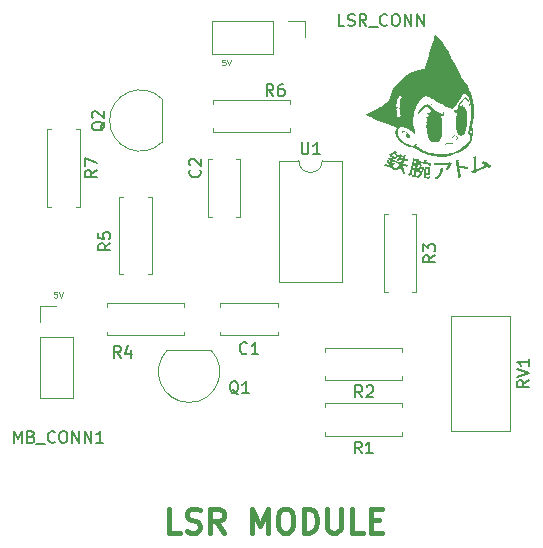
<source format=gbr>
%TF.GenerationSoftware,KiCad,Pcbnew,9.0.3*%
%TF.CreationDate,2025-09-29T14:03:59+08:00*%
%TF.ProjectId,RUSSELS LASER FINAL,52555353-454c-4532-904c-415345522046,rev?*%
%TF.SameCoordinates,Original*%
%TF.FileFunction,Legend,Top*%
%TF.FilePolarity,Positive*%
%FSLAX46Y46*%
G04 Gerber Fmt 4.6, Leading zero omitted, Abs format (unit mm)*
G04 Created by KiCad (PCBNEW 9.0.3) date 2025-09-29 14:03:59*
%MOMM*%
%LPD*%
G01*
G04 APERTURE LIST*
%ADD10C,0.000000*%
%ADD11C,0.400000*%
%ADD12C,0.125000*%
%ADD13C,0.150000*%
%ADD14C,0.120000*%
G04 APERTURE END LIST*
D10*
G36*
X217120624Y-68324374D02*
G01*
X217120624Y-69382708D01*
X217147083Y-69409167D01*
X217252916Y-69382708D01*
X217385208Y-69303333D01*
X217438125Y-69303333D01*
X217887916Y-69065208D01*
X217755624Y-68959375D01*
X217543958Y-68853542D01*
X217543958Y-68827083D01*
X217676249Y-68694791D01*
X218099583Y-68906458D01*
X218284791Y-69038749D01*
X218364166Y-69065208D01*
X218417082Y-69118125D01*
X218258333Y-69276875D01*
X218205417Y-69276875D01*
X218073124Y-69171041D01*
X217464583Y-69488541D01*
X217411666Y-69488541D01*
X217279374Y-69567916D01*
X217226458Y-69567916D01*
X217147083Y-69620834D01*
X217094166Y-69620834D01*
X217014791Y-69673750D01*
X216882499Y-69700208D01*
X216856041Y-69753124D01*
X216829583Y-69753124D01*
X216776666Y-69700208D01*
X216776666Y-69673750D01*
X216697291Y-69567916D01*
X216856041Y-69515000D01*
X216908957Y-69409167D01*
X216908957Y-68483125D01*
X216882499Y-68456667D01*
X216882499Y-68324374D01*
X217147083Y-68297916D01*
X217120624Y-68324374D01*
G37*
G36*
X215612500Y-68668333D02*
G01*
X215612500Y-68747708D01*
X215638958Y-68774166D01*
X215638958Y-68880000D01*
X215665416Y-68906458D01*
X215665416Y-69012292D01*
X215718333Y-69118125D01*
X215744791Y-69091666D01*
X215877083Y-69091666D01*
X215903541Y-69118125D01*
X216221041Y-69144582D01*
X216247500Y-69171041D01*
X216406250Y-69171041D01*
X216432708Y-69197500D01*
X216432708Y-69276875D01*
X216353333Y-69409167D01*
X216326874Y-69382708D01*
X216221041Y-69382708D01*
X216194583Y-69356249D01*
X216088749Y-69356249D01*
X216062291Y-69329792D01*
X215956458Y-69329792D01*
X215929999Y-69303333D01*
X215797708Y-69303333D01*
X215771249Y-69276875D01*
X215718333Y-69329792D01*
X215744791Y-69356249D01*
X215744791Y-69462083D01*
X215771249Y-69488541D01*
X215771249Y-69594375D01*
X215797708Y-69620834D01*
X215824166Y-69911875D01*
X215850625Y-69938332D01*
X215850625Y-70070625D01*
X215797708Y-70070625D01*
X215771249Y-70097083D01*
X215612500Y-70097083D01*
X215586041Y-69832499D01*
X215559583Y-69806042D01*
X215559583Y-69647291D01*
X215533124Y-69620834D01*
X215533124Y-69488541D01*
X215506666Y-69462083D01*
X215506666Y-69303333D01*
X215480208Y-69276875D01*
X215480208Y-69144582D01*
X215453750Y-69118125D01*
X215453750Y-68959375D01*
X215427291Y-68932916D01*
X215427291Y-68800625D01*
X215400833Y-68774166D01*
X215400833Y-68668333D01*
X215427291Y-68641875D01*
X215612500Y-68641875D01*
X215638958Y-68615417D01*
X215612500Y-68668333D01*
G37*
G36*
X214210208Y-69250416D02*
G01*
X214395416Y-69250416D01*
X214342499Y-69303333D01*
X214342499Y-69435624D01*
X214316041Y-69462083D01*
X214316041Y-69541457D01*
X214263125Y-69647291D01*
X214263125Y-69700208D01*
X214130833Y-69938332D01*
X213919166Y-70149999D01*
X213892708Y-70149999D01*
X213786875Y-70229374D01*
X213575208Y-70097083D01*
X213733958Y-70017709D01*
X213945624Y-69806042D01*
X213945624Y-69779583D01*
X213998541Y-69726667D01*
X214051458Y-69620834D01*
X214051458Y-69567916D01*
X214077916Y-69541457D01*
X214130833Y-69223959D01*
X214183750Y-69223959D01*
X214210208Y-69250416D01*
G37*
G36*
X215294999Y-66472292D02*
G01*
X215347916Y-66525208D01*
X215400833Y-66551666D01*
X215480208Y-66551666D01*
X215586041Y-66683958D01*
X215586041Y-66816250D01*
X215559583Y-66869167D01*
X215427291Y-66948541D01*
X215321458Y-66948541D01*
X215294999Y-66895625D01*
X215374374Y-66895625D01*
X215480208Y-66842708D01*
X215533124Y-66763333D01*
X215533124Y-66710416D01*
X215427291Y-66604583D01*
X215294999Y-66604583D01*
X215136249Y-66736875D01*
X215136249Y-66763333D01*
X215083333Y-66763333D01*
X215109791Y-66657500D01*
X215268541Y-66525208D01*
X215268541Y-66472292D01*
X215242083Y-66445833D01*
X215294999Y-66445833D01*
X215294999Y-66472292D01*
G37*
G36*
X216326874Y-63323750D02*
G01*
X216459166Y-63456042D01*
X216512082Y-63561875D01*
X216538541Y-63720625D01*
X216564999Y-63747083D01*
X216564999Y-63879375D01*
X216591458Y-63905833D01*
X216591458Y-64038125D01*
X216564999Y-64064584D01*
X216538541Y-64011667D01*
X216512082Y-63800000D01*
X216406250Y-63588333D01*
X216247500Y-63429583D01*
X216141666Y-63429583D01*
X215982916Y-63588333D01*
X215771249Y-63985208D01*
X215771249Y-64038125D01*
X215797708Y-64064584D01*
X215850625Y-64064584D01*
X215903541Y-64011667D01*
X215929999Y-63932291D01*
X215982916Y-63879375D01*
X216009375Y-63879375D01*
X216009375Y-63958750D01*
X215956458Y-64064584D01*
X216088749Y-64143958D01*
X216194583Y-64011667D01*
X216221041Y-64011667D01*
X216221041Y-64064584D01*
X216168124Y-64143958D01*
X216168124Y-64223333D01*
X216273958Y-64355625D01*
X216273958Y-64408542D01*
X216326874Y-64461459D01*
X216406250Y-64355625D01*
X216432708Y-64355625D01*
X216432708Y-64408542D01*
X216379791Y-64514375D01*
X216326874Y-64567291D01*
X216326874Y-64673125D01*
X216353333Y-64699583D01*
X216353333Y-64884792D01*
X216379791Y-64911250D01*
X216379791Y-65175833D01*
X216353333Y-65202292D01*
X216353333Y-65625625D01*
X216326874Y-65652083D01*
X216326874Y-65784375D01*
X216300416Y-65810833D01*
X216300416Y-65943125D01*
X216273958Y-65969583D01*
X216273958Y-66048958D01*
X216247500Y-66075417D01*
X216221041Y-66207708D01*
X216168124Y-66287083D01*
X216141666Y-66392916D01*
X216035833Y-66498750D01*
X215903541Y-66525208D01*
X215877083Y-66551666D01*
X215797708Y-66551666D01*
X215771249Y-66525208D01*
X215718333Y-66525208D01*
X215612500Y-66419375D01*
X215612500Y-66366458D01*
X215533124Y-66207708D01*
X215533124Y-66154791D01*
X215453750Y-65996042D01*
X215453750Y-65810833D01*
X215427291Y-65784375D01*
X215427291Y-65149375D01*
X215453750Y-65122916D01*
X215480208Y-64646667D01*
X215453750Y-64620208D01*
X215427291Y-64646667D01*
X215374374Y-64646667D01*
X215321458Y-64593750D01*
X215321458Y-64540833D01*
X215294999Y-64514375D01*
X215294999Y-64382083D01*
X215321458Y-64329166D01*
X215347916Y-64329166D01*
X215347916Y-64408542D01*
X215400833Y-64461459D01*
X215427291Y-64435000D01*
X215506666Y-64276250D01*
X215559583Y-64223333D01*
X215612500Y-64117500D01*
X215612500Y-64064584D01*
X215718333Y-63879375D01*
X215718333Y-63826458D01*
X215771249Y-63773541D01*
X215903541Y-63508958D01*
X216062291Y-63350208D01*
X216168124Y-63297292D01*
X216273958Y-63297292D01*
X216326874Y-63323750D01*
G37*
G36*
X211987708Y-68509583D02*
G01*
X212014166Y-68536041D01*
X212119999Y-68536041D01*
X212146458Y-68562500D01*
X212252292Y-68562500D01*
X212278750Y-68588958D01*
X212252292Y-68641875D01*
X212252292Y-68774166D01*
X212225833Y-68800625D01*
X212225833Y-68906458D01*
X212199375Y-68932916D01*
X212172916Y-69197500D01*
X212146458Y-69223959D01*
X212146458Y-69329792D01*
X212119999Y-69356249D01*
X212119999Y-69462083D01*
X212146458Y-69488541D01*
X212358125Y-69488541D01*
X212463958Y-69567916D01*
X212516874Y-69488541D01*
X212543333Y-69356249D01*
X212463958Y-69303333D01*
X212411041Y-69356249D01*
X212358125Y-69488541D01*
X212146458Y-69488541D01*
X212225833Y-69409167D01*
X212358125Y-69144582D01*
X212358125Y-69065208D01*
X212331666Y-69038749D01*
X212278750Y-69038749D01*
X212331666Y-68721249D01*
X212702083Y-68774166D01*
X212728541Y-68747708D01*
X212728541Y-68615417D01*
X212781458Y-68588958D01*
X212807916Y-68615417D01*
X212940208Y-68615417D01*
X212966666Y-68641875D01*
X212913749Y-68668333D01*
X212913749Y-68774166D01*
X212940208Y-68800625D01*
X213019583Y-68800625D01*
X213046042Y-68827083D01*
X213284166Y-68827083D01*
X213284166Y-69118125D01*
X213257708Y-69144582D01*
X213098958Y-69144582D01*
X213098958Y-69012292D01*
X213046042Y-68959375D01*
X212807916Y-68959375D01*
X212781458Y-68932916D01*
X212622708Y-68932916D01*
X212596250Y-68906458D01*
X212490416Y-68906458D01*
X212463958Y-68932916D01*
X212463958Y-69012292D01*
X212543333Y-69065208D01*
X212490416Y-69144582D01*
X212543333Y-69197500D01*
X212675625Y-69197500D01*
X212728541Y-69223959D01*
X212728541Y-69303333D01*
X212702083Y-69329792D01*
X212702083Y-69409167D01*
X212649167Y-69515000D01*
X212649167Y-69567916D01*
X212516874Y-69832499D01*
X212411041Y-69938332D01*
X212411041Y-69964791D01*
X212384583Y-69964791D01*
X212278750Y-70070625D01*
X212225833Y-70097083D01*
X212172916Y-70097083D01*
X212067083Y-69991250D01*
X212172916Y-69938332D01*
X212384583Y-69726667D01*
X212384583Y-69700208D01*
X212278750Y-69594375D01*
X212199375Y-69620834D01*
X212119999Y-69541457D01*
X212067083Y-69647291D01*
X212040625Y-69911875D01*
X212014166Y-69964791D01*
X211961250Y-70017709D01*
X211908333Y-70017709D01*
X211881875Y-70044166D01*
X211828958Y-70017709D01*
X211696666Y-70017709D01*
X211696666Y-69885416D01*
X211670208Y-69832499D01*
X211723124Y-69858958D01*
X211828958Y-69858958D01*
X211881875Y-69753124D01*
X211908333Y-69488541D01*
X211881875Y-69462083D01*
X211802500Y-69462083D01*
X211776041Y-69435624D01*
X211723124Y-69488541D01*
X211696666Y-69594375D01*
X211670208Y-69620834D01*
X211670208Y-69673750D01*
X211564375Y-69885416D01*
X211511458Y-69938332D01*
X211432083Y-69911875D01*
X211352708Y-69832499D01*
X211458541Y-69700208D01*
X211511458Y-69594375D01*
X211511458Y-69541457D01*
X211537916Y-69515000D01*
X211537916Y-69462083D01*
X211590833Y-69382708D01*
X211590833Y-69303333D01*
X211604062Y-69276875D01*
X211802500Y-69276875D01*
X211828958Y-69303333D01*
X211934791Y-69303333D01*
X211987708Y-69223959D01*
X211987708Y-69091666D01*
X211961250Y-69065208D01*
X211855417Y-69065208D01*
X211802500Y-69171041D01*
X211802500Y-69276875D01*
X211604062Y-69276875D01*
X211643750Y-69197500D01*
X211643750Y-69171041D01*
X211643750Y-69118125D01*
X211670208Y-69091666D01*
X211670208Y-69012292D01*
X211696666Y-68985833D01*
X211696666Y-68906458D01*
X211723124Y-68880000D01*
X211881875Y-68880000D01*
X211908333Y-68906458D01*
X211987708Y-68906458D01*
X212014166Y-68932916D01*
X212067083Y-68853542D01*
X212067083Y-68721249D01*
X211961250Y-68668333D01*
X211908333Y-68721249D01*
X211881875Y-68880000D01*
X211723124Y-68880000D01*
X211723124Y-68800625D01*
X211749583Y-68774166D01*
X211749583Y-68668333D01*
X211776041Y-68641875D01*
X211802500Y-68483125D01*
X211987708Y-68509583D01*
G37*
G36*
X213072500Y-63932291D02*
G01*
X213125416Y-63932291D01*
X213707499Y-64461459D01*
X214236667Y-64752500D01*
X214263125Y-64752500D01*
X214316041Y-64699583D01*
X214316041Y-64567291D01*
X214289583Y-64514375D01*
X214316041Y-64514375D01*
X214368958Y-64567291D01*
X214421875Y-64673125D01*
X214421875Y-64805417D01*
X214342499Y-64911250D01*
X214183750Y-64911250D01*
X214157291Y-64937708D01*
X214210208Y-65043542D01*
X214210208Y-65149375D01*
X214236667Y-65175833D01*
X214236667Y-65599167D01*
X214263125Y-65625625D01*
X214263125Y-66234167D01*
X214236667Y-66260625D01*
X214236667Y-66498750D01*
X214210208Y-66525208D01*
X214210208Y-66604583D01*
X214157291Y-66710416D01*
X214157291Y-66763333D01*
X214077916Y-66922083D01*
X213972083Y-67027917D01*
X213919166Y-67054375D01*
X213839792Y-67054375D01*
X213813333Y-67080833D01*
X213654583Y-67080833D01*
X213628125Y-67054375D01*
X213416458Y-67054375D01*
X213310624Y-66975000D01*
X213284166Y-66975000D01*
X213178333Y-66842708D01*
X213046042Y-66578125D01*
X213019583Y-66419375D01*
X212993125Y-66392916D01*
X212993125Y-66313541D01*
X212966666Y-66287083D01*
X212966666Y-66181250D01*
X212940208Y-66154791D01*
X212940208Y-65943125D01*
X212913749Y-65916666D01*
X212913749Y-65625625D01*
X212940208Y-65599167D01*
X212940208Y-65466875D01*
X212807916Y-65361041D01*
X212807916Y-65334583D01*
X212887291Y-65361041D01*
X212966666Y-65281667D01*
X212993125Y-65070000D01*
X212887291Y-65017083D01*
X212860833Y-64937708D01*
X212993125Y-64964166D01*
X213046042Y-64911250D01*
X213098958Y-64778958D01*
X213046042Y-64726041D01*
X212993125Y-64620208D01*
X213046042Y-64620208D01*
X213098958Y-64673125D01*
X213151874Y-64673125D01*
X213257708Y-64540833D01*
X213257708Y-64514375D01*
X213337083Y-64435000D01*
X213310624Y-64382083D01*
X213072500Y-64143958D01*
X213019583Y-64117500D01*
X212860833Y-64117500D01*
X212675625Y-64223333D01*
X212384583Y-64514375D01*
X212331666Y-64620208D01*
X212225833Y-64726041D01*
X212225833Y-64752500D01*
X212172916Y-64726041D01*
X212199375Y-64620208D01*
X212358125Y-64329166D01*
X212596250Y-64091042D01*
X212622708Y-64091042D01*
X212754999Y-63985208D01*
X212860833Y-63932291D01*
X213046042Y-63905833D01*
X213072500Y-63932291D01*
G37*
G36*
X214051458Y-58376042D02*
G01*
X214051458Y-58402500D01*
X214342499Y-58720000D01*
X214342499Y-58746459D01*
X214421875Y-58825833D01*
X214527708Y-59011042D01*
X214580625Y-59063959D01*
X214686458Y-59275625D01*
X214739374Y-59328542D01*
X214792291Y-59460833D01*
X214845208Y-59513750D01*
X215030416Y-59884167D01*
X215030416Y-59937083D01*
X215109791Y-60095834D01*
X215162708Y-60148750D01*
X215189166Y-60228125D01*
X215242083Y-60281042D01*
X215321458Y-60439792D01*
X215374374Y-60492709D01*
X215824166Y-61524583D01*
X215877083Y-61577500D01*
X215877083Y-61603958D01*
X216141666Y-61868542D01*
X216141666Y-61895000D01*
X216273958Y-62053750D01*
X216300416Y-62133125D01*
X216353333Y-62186042D01*
X216564999Y-62609375D01*
X216564999Y-62662292D01*
X216617916Y-62741666D01*
X216670833Y-62953333D01*
X216697291Y-62979792D01*
X216697291Y-63032708D01*
X216750208Y-63112083D01*
X216776666Y-63297292D01*
X216803125Y-63323750D01*
X216803125Y-63403125D01*
X216829583Y-63429583D01*
X216829583Y-63535416D01*
X216856041Y-63561875D01*
X216856041Y-63667709D01*
X216882499Y-63694167D01*
X216882499Y-63826458D01*
X216908957Y-63852917D01*
X216908957Y-64038125D01*
X216935416Y-64064584D01*
X216935416Y-64937708D01*
X216908957Y-64964166D01*
X216908957Y-65149375D01*
X216882499Y-65175833D01*
X216882499Y-65255209D01*
X216856041Y-65281667D01*
X216829583Y-65493333D01*
X216776666Y-65599167D01*
X216776666Y-65652083D01*
X216750208Y-65678542D01*
X216750208Y-65757916D01*
X216882499Y-66022500D01*
X216882499Y-66154791D01*
X216908957Y-66207708D01*
X216882499Y-66234167D01*
X216882499Y-66392916D01*
X216856041Y-66419375D01*
X216856041Y-66472292D01*
X216776666Y-66578125D01*
X216776666Y-66789791D01*
X216750208Y-66816250D01*
X216750208Y-66922083D01*
X216697291Y-67027917D01*
X216697291Y-67080833D01*
X216644375Y-67133750D01*
X216617916Y-67213125D01*
X216512082Y-67318958D01*
X216512082Y-67345416D01*
X216194583Y-67662917D01*
X216035833Y-67742291D01*
X215903541Y-67848125D01*
X215718333Y-67927499D01*
X215665416Y-67980416D01*
X215612500Y-67980416D01*
X215480208Y-68059792D01*
X215427291Y-68059792D01*
X215268541Y-68139166D01*
X215215625Y-68139166D01*
X215056875Y-68218542D01*
X214871666Y-68245000D01*
X214845208Y-68271458D01*
X214765833Y-68271458D01*
X214739374Y-68297916D01*
X214633541Y-68297916D01*
X214607083Y-68324374D01*
X214395416Y-68324374D01*
X214368958Y-68350833D01*
X214157291Y-68350833D01*
X214130833Y-68324374D01*
X213839792Y-68324374D01*
X213813333Y-68297916D01*
X213628125Y-68297916D01*
X213601666Y-68271458D01*
X213495833Y-68271458D01*
X213469375Y-68245000D01*
X213363541Y-68245000D01*
X213337083Y-68218542D01*
X213257708Y-68218542D01*
X213231250Y-68192083D01*
X213151874Y-68192083D01*
X213125416Y-68165625D01*
X213046042Y-68165625D01*
X212940208Y-68112708D01*
X212887291Y-68112708D01*
X212807916Y-68059792D01*
X212754999Y-68059792D01*
X212675625Y-68006875D01*
X212622708Y-68006875D01*
X212305208Y-67848125D01*
X212252292Y-67795208D01*
X212172916Y-67768750D01*
X212119999Y-67715833D01*
X212040625Y-67689375D01*
X211908333Y-67583541D01*
X211802500Y-67530624D01*
X211564375Y-67530624D01*
X211537916Y-67504166D01*
X211432083Y-67504166D01*
X211405625Y-67477708D01*
X211273333Y-67451250D01*
X211114583Y-67371875D01*
X210902916Y-67213125D01*
X210876458Y-67213125D01*
X210797083Y-67133750D01*
X210770625Y-67133750D01*
X210585416Y-66948541D01*
X210585416Y-66922083D01*
X210506041Y-66842708D01*
X210400208Y-66657500D01*
X210347291Y-66604583D01*
X210347291Y-66551666D01*
X210320833Y-66525208D01*
X210320833Y-66419375D01*
X210479583Y-66419375D01*
X210506041Y-66445833D01*
X210506041Y-66525208D01*
X210585416Y-66683958D01*
X210638333Y-66736875D01*
X210638333Y-66763333D01*
X210902916Y-67027917D01*
X211088125Y-67133750D01*
X211141041Y-67186666D01*
X211352708Y-67292500D01*
X211405625Y-67292500D01*
X211485000Y-67345416D01*
X211617291Y-67371875D01*
X211643750Y-67398333D01*
X211802500Y-67398333D01*
X211828958Y-67371875D01*
X211881875Y-67371875D01*
X211961250Y-67292500D01*
X212067083Y-67239583D01*
X212093541Y-67292500D01*
X212040625Y-67345416D01*
X212040625Y-67398333D01*
X212172916Y-67504166D01*
X212252292Y-67530624D01*
X212305208Y-67583541D01*
X212384583Y-67610000D01*
X212437500Y-67662917D01*
X212516874Y-67689375D01*
X212569791Y-67742291D01*
X212728541Y-67821667D01*
X212781458Y-67821667D01*
X213046042Y-67953958D01*
X213178333Y-67980416D01*
X213204791Y-68006875D01*
X213284166Y-68006875D01*
X213310624Y-68033333D01*
X213575208Y-68059792D01*
X213601666Y-68086250D01*
X213760416Y-68086250D01*
X213786875Y-68112708D01*
X214025000Y-68112708D01*
X214051458Y-68139166D01*
X214501249Y-68139166D01*
X214527708Y-68112708D01*
X214712916Y-68112708D01*
X214739374Y-68086250D01*
X214951041Y-68059792D01*
X215056875Y-68006875D01*
X215109791Y-68006875D01*
X215136249Y-67980416D01*
X215189166Y-67980416D01*
X215215625Y-67953958D01*
X215268541Y-67953958D01*
X215294999Y-67927499D01*
X215347916Y-67927499D01*
X215665416Y-67768750D01*
X216115208Y-67451250D01*
X216141666Y-67451250D01*
X216459166Y-67133750D01*
X216459166Y-67107291D01*
X216591458Y-66922083D01*
X216591458Y-66842708D01*
X216617916Y-66816250D01*
X216591458Y-66578125D01*
X216459166Y-66313541D01*
X216459166Y-66234167D01*
X216617916Y-66234167D01*
X216670833Y-66313541D01*
X216670833Y-66366458D01*
X216723749Y-66392916D01*
X216776666Y-66340000D01*
X216776666Y-66154791D01*
X216750208Y-66128333D01*
X216750208Y-66075417D01*
X216697291Y-66048958D01*
X216617916Y-66181250D01*
X216617916Y-66234167D01*
X216459166Y-66234167D01*
X216459166Y-66181250D01*
X216512082Y-66075417D01*
X216538541Y-65890208D01*
X216564999Y-65863750D01*
X216591458Y-65625625D01*
X216617916Y-65599167D01*
X216617916Y-65466875D01*
X216644375Y-65440417D01*
X216644375Y-65281667D01*
X216670833Y-65255209D01*
X216697291Y-64805417D01*
X216723749Y-64778958D01*
X216723749Y-64276250D01*
X216697291Y-64249792D01*
X216697291Y-64091042D01*
X216670833Y-64064584D01*
X216670833Y-63932291D01*
X216644375Y-63905833D01*
X216644375Y-63773541D01*
X216617916Y-63747083D01*
X216617916Y-63667709D01*
X216591458Y-63641250D01*
X216591458Y-63561875D01*
X216564999Y-63535416D01*
X216564999Y-63456042D01*
X216512082Y-63376667D01*
X216512082Y-63323750D01*
X216432708Y-63165000D01*
X216194583Y-62953333D01*
X216115208Y-62953333D01*
X216035833Y-63032708D01*
X215956458Y-63191458D01*
X215850625Y-63323750D01*
X215824166Y-63403125D01*
X215718333Y-63535416D01*
X215718333Y-63561875D01*
X215638958Y-63641250D01*
X215533124Y-63826458D01*
X215480208Y-63879375D01*
X215480208Y-63905833D01*
X215400833Y-63985208D01*
X215400833Y-64011667D01*
X215189166Y-64249792D01*
X215162708Y-64249792D01*
X215056875Y-64329166D01*
X214448333Y-64038125D01*
X214395416Y-63985208D01*
X214025000Y-63800000D01*
X213972083Y-63747083D01*
X213786875Y-63667709D01*
X213733958Y-63614792D01*
X213442917Y-63482500D01*
X213390000Y-63429583D01*
X213125416Y-63297292D01*
X213072500Y-63297292D01*
X212913749Y-63217917D01*
X212834375Y-63217917D01*
X212675625Y-63297292D01*
X212384583Y-63561875D01*
X212278750Y-63747083D01*
X212225833Y-63800000D01*
X212067083Y-64117500D01*
X212040625Y-64249792D01*
X211961250Y-64382083D01*
X211908333Y-64593750D01*
X211881875Y-64620208D01*
X211881875Y-64673125D01*
X211855417Y-64699583D01*
X211855417Y-64778958D01*
X211828958Y-64805417D01*
X211828958Y-64937708D01*
X211802500Y-64964166D01*
X211802500Y-65308125D01*
X211776041Y-65334583D01*
X211776041Y-65413958D01*
X211802500Y-65440417D01*
X211802500Y-65678542D01*
X211828958Y-65705000D01*
X211828958Y-65757916D01*
X211908333Y-65916666D01*
X211987708Y-66022500D01*
X211987708Y-66128333D01*
X211934791Y-66234167D01*
X211961250Y-66287083D01*
X211934791Y-66313541D01*
X211908333Y-66419375D01*
X211855417Y-66392916D01*
X211855417Y-66366458D01*
X211670208Y-66181250D01*
X211485000Y-66075417D01*
X211432083Y-66022500D01*
X211405625Y-66022500D01*
X211352708Y-65969583D01*
X211246875Y-65916666D01*
X211193958Y-65916666D01*
X211114583Y-65863750D01*
X210902916Y-65810833D01*
X210876458Y-65784375D01*
X210770625Y-65784375D01*
X210611875Y-65863750D01*
X210558958Y-65916666D01*
X210506041Y-66022500D01*
X210506041Y-66128333D01*
X210479583Y-66154791D01*
X210479583Y-66419375D01*
X210320833Y-66419375D01*
X210294375Y-66392916D01*
X210294375Y-66181250D01*
X210320833Y-66154791D01*
X210320833Y-66048958D01*
X210347291Y-66022500D01*
X210347291Y-65969583D01*
X210400208Y-65863750D01*
X210347291Y-65810833D01*
X210241458Y-65784375D01*
X210215000Y-65757916D01*
X210056250Y-65731458D01*
X210029791Y-65705000D01*
X209976875Y-65705000D01*
X209950416Y-65678542D01*
X209897500Y-65678542D01*
X209871042Y-65652083D01*
X209818125Y-65652083D01*
X209738750Y-65599167D01*
X209527083Y-65546250D01*
X209500625Y-65519791D01*
X209447708Y-65519791D01*
X209421250Y-65493333D01*
X209368333Y-65493333D01*
X209341875Y-65466875D01*
X209288958Y-65466875D01*
X209130208Y-65387500D01*
X209077292Y-65387500D01*
X208865625Y-65281667D01*
X208812708Y-65281667D01*
X208680417Y-65202292D01*
X208627500Y-65202292D01*
X208548125Y-65149375D01*
X208495208Y-65149375D01*
X208204166Y-64990625D01*
X208151250Y-64990625D01*
X207992500Y-64911250D01*
X207939583Y-64911250D01*
X207833750Y-64831875D01*
X207833750Y-64752500D01*
X207860208Y-64726041D01*
X208574583Y-64382083D01*
X208607656Y-64355625D01*
X210373750Y-64355625D01*
X210400208Y-64382083D01*
X210400208Y-64699583D01*
X210426666Y-64726041D01*
X210426666Y-64831875D01*
X210453125Y-64858334D01*
X210453125Y-64911250D01*
X210506041Y-64964166D01*
X210638333Y-64964166D01*
X210744166Y-64884792D01*
X210717708Y-64593750D01*
X210691250Y-64567291D01*
X210691250Y-64435000D01*
X210664792Y-64408542D01*
X210664792Y-64276250D01*
X210611875Y-64223333D01*
X210426666Y-64223333D01*
X210373750Y-64276250D01*
X210373750Y-64355625D01*
X208607656Y-64355625D01*
X208706875Y-64276250D01*
X208865625Y-64196875D01*
X208918541Y-64143958D01*
X208997916Y-64117500D01*
X209034296Y-64091042D01*
X210373750Y-64091042D01*
X210426666Y-64143958D01*
X210479583Y-64143958D01*
X210506041Y-64170416D01*
X210585416Y-64170416D01*
X210664792Y-64117500D01*
X210664792Y-63826458D01*
X210691250Y-63800000D01*
X210691250Y-63614792D01*
X210717708Y-63588333D01*
X210717708Y-63508958D01*
X210770625Y-63403125D01*
X210770625Y-63350208D01*
X210823541Y-63270834D01*
X210823541Y-63244375D01*
X210770625Y-63191458D01*
X210638333Y-63191458D01*
X210558958Y-63244375D01*
X210479583Y-63403125D01*
X210453125Y-63535416D01*
X210426666Y-63561875D01*
X210426666Y-63667709D01*
X210400208Y-63694167D01*
X210400208Y-63879375D01*
X210373750Y-63905833D01*
X210373750Y-64091042D01*
X209034296Y-64091042D01*
X209288958Y-63905833D01*
X209315416Y-63905833D01*
X209500625Y-63747083D01*
X209527083Y-63747083D01*
X209791666Y-63508958D01*
X209818125Y-63403125D01*
X209844583Y-63376667D01*
X209844583Y-63244375D01*
X209897500Y-63138541D01*
X209897500Y-63085625D01*
X209923958Y-63059167D01*
X209923958Y-63006250D01*
X209950416Y-62979792D01*
X209950416Y-62926875D01*
X209976875Y-62900417D01*
X209976875Y-62847500D01*
X210109166Y-62582917D01*
X210215000Y-62450625D01*
X210215000Y-62424167D01*
X210294375Y-62344792D01*
X210294375Y-62318333D01*
X210400208Y-62212500D01*
X210400208Y-62186042D01*
X210850000Y-61736250D01*
X210876458Y-61736250D01*
X211008750Y-61603958D01*
X211035208Y-61603958D01*
X211114583Y-61524583D01*
X211299791Y-61418750D01*
X211352708Y-61365833D01*
X211432083Y-61339375D01*
X211485000Y-61286459D01*
X211749583Y-61154167D01*
X211961250Y-61101250D01*
X211987708Y-61074792D01*
X212040625Y-61074792D01*
X212067083Y-61048333D01*
X212119999Y-61048333D01*
X212146458Y-61021875D01*
X212199375Y-61021875D01*
X212225833Y-60995417D01*
X212437500Y-60968958D01*
X212463958Y-60942500D01*
X212543333Y-60942500D01*
X212569791Y-60916042D01*
X212675625Y-60916042D01*
X212702083Y-60889584D01*
X212754999Y-60889584D01*
X212807916Y-60836667D01*
X212834375Y-60651458D01*
X212860833Y-60625000D01*
X212860833Y-60545625D01*
X212913749Y-60439792D01*
X212913749Y-60360417D01*
X212966666Y-60281042D01*
X213019583Y-60069375D01*
X213046042Y-60042917D01*
X213046042Y-59990000D01*
X213072500Y-59963542D01*
X213072500Y-59910625D01*
X213098958Y-59884167D01*
X213098958Y-59804792D01*
X213151874Y-59698959D01*
X213151874Y-59619583D01*
X213178333Y-59593125D01*
X213178333Y-59513750D01*
X213231250Y-59407917D01*
X213231250Y-59355000D01*
X213257708Y-59328542D01*
X213257708Y-59249167D01*
X213310624Y-59143334D01*
X213310624Y-59090417D01*
X213337083Y-59063959D01*
X213337083Y-58984583D01*
X213390000Y-58878750D01*
X213390000Y-58825833D01*
X213416458Y-58799375D01*
X213416458Y-58720000D01*
X213469375Y-58614167D01*
X213469375Y-58534792D01*
X213522291Y-58428958D01*
X213522291Y-58376042D01*
X213548749Y-58349584D01*
X213548749Y-58296667D01*
X213575208Y-58270209D01*
X213575208Y-58190834D01*
X213601666Y-58164375D01*
X213628125Y-58058542D01*
X213707499Y-58058542D01*
X214051458Y-58376042D01*
G37*
G36*
X211299791Y-66260625D02*
G01*
X211485000Y-66445833D01*
X211564375Y-66604583D01*
X211564375Y-66710416D01*
X211511458Y-66763333D01*
X211405625Y-66763333D01*
X211379166Y-66736875D01*
X211326250Y-66736875D01*
X211220416Y-66631042D01*
X211193958Y-66578125D01*
X211193958Y-66419375D01*
X211246875Y-66366458D01*
X211246875Y-66340000D01*
X211114583Y-66234167D01*
X210929375Y-66234167D01*
X210876458Y-66287083D01*
X210850000Y-66287083D01*
X210850000Y-66181250D01*
X210876458Y-66128333D01*
X211035208Y-66128333D01*
X211299791Y-66260625D01*
G37*
G36*
X215242083Y-67266042D02*
G01*
X215242083Y-67292500D01*
X215189166Y-67292500D01*
X215162708Y-67266042D01*
X215083333Y-67266042D01*
X215056875Y-67239583D01*
X214951041Y-67239583D01*
X214924583Y-67266042D01*
X214739374Y-67266042D01*
X214712916Y-67292500D01*
X214633541Y-67292500D01*
X214527708Y-67371875D01*
X214474791Y-67371875D01*
X214448333Y-67345416D01*
X214448333Y-67318958D01*
X214501249Y-67292500D01*
X214501249Y-67266042D01*
X214554166Y-67213125D01*
X214765833Y-67213125D01*
X214792291Y-67186666D01*
X215136249Y-67186666D01*
X215242083Y-67266042D01*
G37*
G36*
X213046042Y-63773541D02*
G01*
X213151874Y-63773541D01*
X213310624Y-63852917D01*
X213363541Y-63905833D01*
X213390000Y-63905833D01*
X213390000Y-63932291D01*
X213204791Y-63826458D01*
X213125416Y-63826458D01*
X213098958Y-63800000D01*
X212940208Y-63800000D01*
X212913749Y-63826458D01*
X212860833Y-63826458D01*
X212754999Y-63879375D01*
X212702083Y-63932291D01*
X212675625Y-63932291D01*
X212675625Y-63905833D01*
X212807916Y-63800000D01*
X212860833Y-63800000D01*
X212887291Y-63773541D01*
X212993125Y-63773541D01*
X213019583Y-63747083D01*
X213046042Y-63773541D01*
G37*
G36*
X214951041Y-68827083D02*
G01*
X215056875Y-68853542D01*
X214924583Y-69171041D01*
X214739374Y-69435624D01*
X214660000Y-69435624D01*
X214527708Y-69356249D01*
X214686458Y-69171041D01*
X214739374Y-69065208D01*
X214712916Y-69012292D01*
X214183750Y-69012292D01*
X214157291Y-69038749D01*
X213866250Y-69038749D01*
X213839792Y-69012292D01*
X213575208Y-69012292D01*
X213601666Y-68853542D01*
X214421875Y-68853542D01*
X214448333Y-68827083D01*
X214818750Y-68827083D01*
X214845208Y-68800625D01*
X214924583Y-68800625D01*
X214951041Y-68827083D01*
G37*
G36*
X210400208Y-67953958D02*
G01*
X210373750Y-67980416D01*
X210453125Y-68086250D01*
X210479583Y-68165625D01*
X210532500Y-68218542D01*
X210558958Y-68297916D01*
X210400208Y-68377291D01*
X210320833Y-68509583D01*
X210215000Y-68456667D01*
X210162083Y-68456667D01*
X210135625Y-68483125D01*
X210109166Y-68562500D01*
X210162083Y-68615417D01*
X210215000Y-68615417D01*
X210320833Y-68668333D01*
X210320833Y-68721249D01*
X210267917Y-68800625D01*
X210241458Y-68800625D01*
X210215000Y-68774166D01*
X210162083Y-68774166D01*
X210056250Y-68721249D01*
X210003333Y-68774166D01*
X210003333Y-68827083D01*
X209923958Y-68959375D01*
X209897500Y-69065208D01*
X209976875Y-69118125D01*
X210029791Y-69118125D01*
X210056250Y-69091666D01*
X209976875Y-69038749D01*
X209976875Y-68985833D01*
X210082708Y-68880000D01*
X210109166Y-68827083D01*
X210188541Y-68853542D01*
X210241458Y-68906458D01*
X210056250Y-69118125D01*
X210162083Y-69171041D01*
X210135625Y-69276875D01*
X210162083Y-69303333D01*
X210215000Y-69303333D01*
X210241458Y-69276875D01*
X210294375Y-69276875D01*
X210320833Y-69250416D01*
X210426666Y-69223959D01*
X210664792Y-69012292D01*
X210611875Y-68959375D01*
X210558958Y-68959375D01*
X210479583Y-68906458D01*
X210347291Y-68880000D01*
X210320833Y-68853542D01*
X210373750Y-68721249D01*
X210453125Y-68721249D01*
X210532500Y-68774166D01*
X210664792Y-68800625D01*
X210691250Y-68827083D01*
X210744166Y-68827083D01*
X210797083Y-68747708D01*
X210797083Y-68694791D01*
X210850000Y-68615417D01*
X210744166Y-68536041D01*
X210691250Y-68536041D01*
X210532500Y-68694791D01*
X210506041Y-68694791D01*
X210400208Y-68588958D01*
X210400208Y-68562500D01*
X210479583Y-68509583D01*
X210479583Y-68483125D01*
X210585416Y-68377291D01*
X210717708Y-68139166D01*
X210876458Y-68218542D01*
X210876458Y-68245000D01*
X210797083Y-68350833D01*
X210823541Y-68403750D01*
X210902916Y-68403750D01*
X210929375Y-68377291D01*
X210982291Y-68165625D01*
X211008750Y-68139166D01*
X211114583Y-68192083D01*
X211167500Y-68192083D01*
X211193958Y-68218542D01*
X211141041Y-68271458D01*
X211141041Y-68324374D01*
X211114583Y-68350833D01*
X211088125Y-68456667D01*
X211141041Y-68509583D01*
X211273333Y-68536041D01*
X211299791Y-68562500D01*
X211379166Y-68562500D01*
X211352708Y-68615417D01*
X211352708Y-68694791D01*
X211326250Y-68721249D01*
X211193958Y-68694791D01*
X211167500Y-68668333D01*
X211088125Y-68668333D01*
X211061666Y-68641875D01*
X211008750Y-68694791D01*
X210982291Y-68827083D01*
X210955833Y-68853542D01*
X210955833Y-68880000D01*
X211008750Y-68932916D01*
X211326250Y-69012292D01*
X211299791Y-69171041D01*
X211141041Y-69144582D01*
X211035208Y-69091666D01*
X210955833Y-69091666D01*
X210929375Y-69118125D01*
X210982291Y-69409167D01*
X211061666Y-69567916D01*
X211167500Y-69673750D01*
X211008750Y-69779583D01*
X210982291Y-69779583D01*
X210902916Y-69700208D01*
X210823541Y-69541457D01*
X210823541Y-69488541D01*
X210797083Y-69462083D01*
X210797083Y-69356249D01*
X210770625Y-69329792D01*
X210770625Y-69250416D01*
X210744166Y-69223959D01*
X210585416Y-69356249D01*
X210426666Y-69435624D01*
X210373750Y-69435624D01*
X210347291Y-69462083D01*
X210241458Y-69462083D01*
X210215000Y-69488541D01*
X210109166Y-69488541D01*
X210029791Y-69303333D01*
X209950416Y-69250416D01*
X209765208Y-69223959D01*
X209659375Y-69171041D01*
X209606458Y-69171041D01*
X209580000Y-69144582D01*
X209500625Y-69144582D01*
X209474167Y-69118125D01*
X209368333Y-69118125D01*
X209368333Y-69065208D01*
X209394791Y-69038749D01*
X209394791Y-68932916D01*
X209606458Y-68985833D01*
X209632916Y-69012292D01*
X209685833Y-69012292D01*
X209738750Y-68959375D01*
X209765208Y-68853542D01*
X209871042Y-68668333D01*
X209818125Y-68615417D01*
X209632916Y-68536041D01*
X209659375Y-68430208D01*
X209685833Y-68403750D01*
X209738750Y-68403750D01*
X209871042Y-68483125D01*
X209923958Y-68483125D01*
X209976875Y-68430208D01*
X209976875Y-68377291D01*
X209923958Y-68324374D01*
X209844583Y-68297916D01*
X209818125Y-68192083D01*
X210029791Y-68192083D01*
X210056250Y-68245000D01*
X210109166Y-68245000D01*
X210241458Y-68324374D01*
X210347291Y-68350833D01*
X210373750Y-68324374D01*
X210320833Y-68192083D01*
X210241458Y-68086250D01*
X210188541Y-68086250D01*
X210135625Y-68139166D01*
X210029791Y-68192083D01*
X209818125Y-68192083D01*
X209765208Y-68112708D01*
X209976875Y-68033333D01*
X210109166Y-67927499D01*
X210135625Y-67927499D01*
X210215000Y-67848125D01*
X210267917Y-67848125D01*
X210400208Y-67953958D01*
G37*
G36*
X209632916Y-68641875D02*
G01*
X209712291Y-68641875D01*
X209738750Y-68668333D01*
X209738750Y-68721249D01*
X209712291Y-68747708D01*
X209712291Y-68880000D01*
X209685833Y-68932916D01*
X209632916Y-68906458D01*
X209553541Y-68906458D01*
X209606458Y-68615417D01*
X209632916Y-68641875D01*
G37*
G36*
X212834375Y-69197500D02*
G01*
X213072500Y-69197500D01*
X213098958Y-69223959D01*
X213231250Y-69223959D01*
X213231250Y-69567916D01*
X213204791Y-69594375D01*
X213204791Y-69779583D01*
X213098958Y-69858958D01*
X212993125Y-69858958D01*
X212913749Y-69726667D01*
X212887291Y-69753124D01*
X212887291Y-69938332D01*
X212860833Y-69964791D01*
X212860833Y-70017709D01*
X212940208Y-70070625D01*
X213046042Y-70070625D01*
X213098958Y-70017709D01*
X213125416Y-69911875D01*
X213257708Y-69991250D01*
X213257708Y-70070625D01*
X213231250Y-70123542D01*
X213178333Y-70176458D01*
X213125416Y-70176458D01*
X213098958Y-70202917D01*
X213019583Y-70202917D01*
X212993125Y-70176458D01*
X212807916Y-70176458D01*
X212702083Y-70097083D01*
X212725601Y-69673750D01*
X212913749Y-69673750D01*
X212993125Y-69726667D01*
X213046042Y-69673750D01*
X213072500Y-69382708D01*
X212966666Y-69329792D01*
X212913749Y-69435624D01*
X212913749Y-69673750D01*
X212725601Y-69673750D01*
X212728541Y-69620834D01*
X212754999Y-69594375D01*
X212754999Y-69435624D01*
X212754999Y-69409167D01*
X212781458Y-69382708D01*
X212781458Y-69197500D01*
X212807916Y-69171041D01*
X212834375Y-69197500D01*
G37*
D11*
X192041728Y-100159438D02*
X191089347Y-100159438D01*
X191089347Y-100159438D02*
X191089347Y-98159438D01*
X192613157Y-100064200D02*
X192898871Y-100159438D01*
X192898871Y-100159438D02*
X193375062Y-100159438D01*
X193375062Y-100159438D02*
X193565538Y-100064200D01*
X193565538Y-100064200D02*
X193660776Y-99968961D01*
X193660776Y-99968961D02*
X193756014Y-99778485D01*
X193756014Y-99778485D02*
X193756014Y-99588009D01*
X193756014Y-99588009D02*
X193660776Y-99397533D01*
X193660776Y-99397533D02*
X193565538Y-99302295D01*
X193565538Y-99302295D02*
X193375062Y-99207057D01*
X193375062Y-99207057D02*
X192994109Y-99111819D01*
X192994109Y-99111819D02*
X192803633Y-99016580D01*
X192803633Y-99016580D02*
X192708395Y-98921342D01*
X192708395Y-98921342D02*
X192613157Y-98730866D01*
X192613157Y-98730866D02*
X192613157Y-98540390D01*
X192613157Y-98540390D02*
X192708395Y-98349914D01*
X192708395Y-98349914D02*
X192803633Y-98254676D01*
X192803633Y-98254676D02*
X192994109Y-98159438D01*
X192994109Y-98159438D02*
X193470300Y-98159438D01*
X193470300Y-98159438D02*
X193756014Y-98254676D01*
X195756014Y-100159438D02*
X195089347Y-99207057D01*
X194613157Y-100159438D02*
X194613157Y-98159438D01*
X194613157Y-98159438D02*
X195375062Y-98159438D01*
X195375062Y-98159438D02*
X195565538Y-98254676D01*
X195565538Y-98254676D02*
X195660776Y-98349914D01*
X195660776Y-98349914D02*
X195756014Y-98540390D01*
X195756014Y-98540390D02*
X195756014Y-98826104D01*
X195756014Y-98826104D02*
X195660776Y-99016580D01*
X195660776Y-99016580D02*
X195565538Y-99111819D01*
X195565538Y-99111819D02*
X195375062Y-99207057D01*
X195375062Y-99207057D02*
X194613157Y-99207057D01*
X198136967Y-100159438D02*
X198136967Y-98159438D01*
X198136967Y-98159438D02*
X198803634Y-99588009D01*
X198803634Y-99588009D02*
X199470300Y-98159438D01*
X199470300Y-98159438D02*
X199470300Y-100159438D01*
X200803633Y-98159438D02*
X201184586Y-98159438D01*
X201184586Y-98159438D02*
X201375062Y-98254676D01*
X201375062Y-98254676D02*
X201565538Y-98445152D01*
X201565538Y-98445152D02*
X201660776Y-98826104D01*
X201660776Y-98826104D02*
X201660776Y-99492771D01*
X201660776Y-99492771D02*
X201565538Y-99873723D01*
X201565538Y-99873723D02*
X201375062Y-100064200D01*
X201375062Y-100064200D02*
X201184586Y-100159438D01*
X201184586Y-100159438D02*
X200803633Y-100159438D01*
X200803633Y-100159438D02*
X200613157Y-100064200D01*
X200613157Y-100064200D02*
X200422681Y-99873723D01*
X200422681Y-99873723D02*
X200327443Y-99492771D01*
X200327443Y-99492771D02*
X200327443Y-98826104D01*
X200327443Y-98826104D02*
X200422681Y-98445152D01*
X200422681Y-98445152D02*
X200613157Y-98254676D01*
X200613157Y-98254676D02*
X200803633Y-98159438D01*
X202517919Y-100159438D02*
X202517919Y-98159438D01*
X202517919Y-98159438D02*
X202994109Y-98159438D01*
X202994109Y-98159438D02*
X203279824Y-98254676D01*
X203279824Y-98254676D02*
X203470300Y-98445152D01*
X203470300Y-98445152D02*
X203565538Y-98635628D01*
X203565538Y-98635628D02*
X203660776Y-99016580D01*
X203660776Y-99016580D02*
X203660776Y-99302295D01*
X203660776Y-99302295D02*
X203565538Y-99683247D01*
X203565538Y-99683247D02*
X203470300Y-99873723D01*
X203470300Y-99873723D02*
X203279824Y-100064200D01*
X203279824Y-100064200D02*
X202994109Y-100159438D01*
X202994109Y-100159438D02*
X202517919Y-100159438D01*
X204517919Y-98159438D02*
X204517919Y-99778485D01*
X204517919Y-99778485D02*
X204613157Y-99968961D01*
X204613157Y-99968961D02*
X204708395Y-100064200D01*
X204708395Y-100064200D02*
X204898871Y-100159438D01*
X204898871Y-100159438D02*
X205279824Y-100159438D01*
X205279824Y-100159438D02*
X205470300Y-100064200D01*
X205470300Y-100064200D02*
X205565538Y-99968961D01*
X205565538Y-99968961D02*
X205660776Y-99778485D01*
X205660776Y-99778485D02*
X205660776Y-98159438D01*
X207565538Y-100159438D02*
X206613157Y-100159438D01*
X206613157Y-100159438D02*
X206613157Y-98159438D01*
X208232205Y-99111819D02*
X208898872Y-99111819D01*
X209184586Y-100159438D02*
X208232205Y-100159438D01*
X208232205Y-100159438D02*
X208232205Y-98159438D01*
X208232205Y-98159438D02*
X209184586Y-98159438D01*
D12*
X181639378Y-79757309D02*
X181401283Y-79757309D01*
X181401283Y-79757309D02*
X181377474Y-79995404D01*
X181377474Y-79995404D02*
X181401283Y-79971595D01*
X181401283Y-79971595D02*
X181448902Y-79947785D01*
X181448902Y-79947785D02*
X181567950Y-79947785D01*
X181567950Y-79947785D02*
X181615569Y-79971595D01*
X181615569Y-79971595D02*
X181639378Y-79995404D01*
X181639378Y-79995404D02*
X181663188Y-80043023D01*
X181663188Y-80043023D02*
X181663188Y-80162071D01*
X181663188Y-80162071D02*
X181639378Y-80209690D01*
X181639378Y-80209690D02*
X181615569Y-80233500D01*
X181615569Y-80233500D02*
X181567950Y-80257309D01*
X181567950Y-80257309D02*
X181448902Y-80257309D01*
X181448902Y-80257309D02*
X181401283Y-80233500D01*
X181401283Y-80233500D02*
X181377474Y-80209690D01*
X181806045Y-79757309D02*
X181972711Y-80257309D01*
X181972711Y-80257309D02*
X182139378Y-79757309D01*
X195889378Y-60107309D02*
X195651283Y-60107309D01*
X195651283Y-60107309D02*
X195627474Y-60345404D01*
X195627474Y-60345404D02*
X195651283Y-60321595D01*
X195651283Y-60321595D02*
X195698902Y-60297785D01*
X195698902Y-60297785D02*
X195817950Y-60297785D01*
X195817950Y-60297785D02*
X195865569Y-60321595D01*
X195865569Y-60321595D02*
X195889378Y-60345404D01*
X195889378Y-60345404D02*
X195913188Y-60393023D01*
X195913188Y-60393023D02*
X195913188Y-60512071D01*
X195913188Y-60512071D02*
X195889378Y-60559690D01*
X195889378Y-60559690D02*
X195865569Y-60583500D01*
X195865569Y-60583500D02*
X195817950Y-60607309D01*
X195817950Y-60607309D02*
X195698902Y-60607309D01*
X195698902Y-60607309D02*
X195651283Y-60583500D01*
X195651283Y-60583500D02*
X195627474Y-60559690D01*
X196056045Y-60107309D02*
X196222711Y-60607309D01*
X196222711Y-60607309D02*
X196389378Y-60107309D01*
D13*
X177988095Y-92554819D02*
X177988095Y-91554819D01*
X177988095Y-91554819D02*
X178321428Y-92269104D01*
X178321428Y-92269104D02*
X178654761Y-91554819D01*
X178654761Y-91554819D02*
X178654761Y-92554819D01*
X179464285Y-92031009D02*
X179607142Y-92078628D01*
X179607142Y-92078628D02*
X179654761Y-92126247D01*
X179654761Y-92126247D02*
X179702380Y-92221485D01*
X179702380Y-92221485D02*
X179702380Y-92364342D01*
X179702380Y-92364342D02*
X179654761Y-92459580D01*
X179654761Y-92459580D02*
X179607142Y-92507200D01*
X179607142Y-92507200D02*
X179511904Y-92554819D01*
X179511904Y-92554819D02*
X179130952Y-92554819D01*
X179130952Y-92554819D02*
X179130952Y-91554819D01*
X179130952Y-91554819D02*
X179464285Y-91554819D01*
X179464285Y-91554819D02*
X179559523Y-91602438D01*
X179559523Y-91602438D02*
X179607142Y-91650057D01*
X179607142Y-91650057D02*
X179654761Y-91745295D01*
X179654761Y-91745295D02*
X179654761Y-91840533D01*
X179654761Y-91840533D02*
X179607142Y-91935771D01*
X179607142Y-91935771D02*
X179559523Y-91983390D01*
X179559523Y-91983390D02*
X179464285Y-92031009D01*
X179464285Y-92031009D02*
X179130952Y-92031009D01*
X179892857Y-92650057D02*
X180654761Y-92650057D01*
X181464285Y-92459580D02*
X181416666Y-92507200D01*
X181416666Y-92507200D02*
X181273809Y-92554819D01*
X181273809Y-92554819D02*
X181178571Y-92554819D01*
X181178571Y-92554819D02*
X181035714Y-92507200D01*
X181035714Y-92507200D02*
X180940476Y-92411961D01*
X180940476Y-92411961D02*
X180892857Y-92316723D01*
X180892857Y-92316723D02*
X180845238Y-92126247D01*
X180845238Y-92126247D02*
X180845238Y-91983390D01*
X180845238Y-91983390D02*
X180892857Y-91792914D01*
X180892857Y-91792914D02*
X180940476Y-91697676D01*
X180940476Y-91697676D02*
X181035714Y-91602438D01*
X181035714Y-91602438D02*
X181178571Y-91554819D01*
X181178571Y-91554819D02*
X181273809Y-91554819D01*
X181273809Y-91554819D02*
X181416666Y-91602438D01*
X181416666Y-91602438D02*
X181464285Y-91650057D01*
X182083333Y-91554819D02*
X182273809Y-91554819D01*
X182273809Y-91554819D02*
X182369047Y-91602438D01*
X182369047Y-91602438D02*
X182464285Y-91697676D01*
X182464285Y-91697676D02*
X182511904Y-91888152D01*
X182511904Y-91888152D02*
X182511904Y-92221485D01*
X182511904Y-92221485D02*
X182464285Y-92411961D01*
X182464285Y-92411961D02*
X182369047Y-92507200D01*
X182369047Y-92507200D02*
X182273809Y-92554819D01*
X182273809Y-92554819D02*
X182083333Y-92554819D01*
X182083333Y-92554819D02*
X181988095Y-92507200D01*
X181988095Y-92507200D02*
X181892857Y-92411961D01*
X181892857Y-92411961D02*
X181845238Y-92221485D01*
X181845238Y-92221485D02*
X181845238Y-91888152D01*
X181845238Y-91888152D02*
X181892857Y-91697676D01*
X181892857Y-91697676D02*
X181988095Y-91602438D01*
X181988095Y-91602438D02*
X182083333Y-91554819D01*
X182940476Y-92554819D02*
X182940476Y-91554819D01*
X182940476Y-91554819D02*
X183511904Y-92554819D01*
X183511904Y-92554819D02*
X183511904Y-91554819D01*
X183988095Y-92554819D02*
X183988095Y-91554819D01*
X183988095Y-91554819D02*
X184559523Y-92554819D01*
X184559523Y-92554819D02*
X184559523Y-91554819D01*
X185559523Y-92554819D02*
X184988095Y-92554819D01*
X185273809Y-92554819D02*
X185273809Y-91554819D01*
X185273809Y-91554819D02*
X185178571Y-91697676D01*
X185178571Y-91697676D02*
X185083333Y-91792914D01*
X185083333Y-91792914D02*
X184988095Y-91840533D01*
X199958333Y-63204819D02*
X199625000Y-62728628D01*
X199386905Y-63204819D02*
X199386905Y-62204819D01*
X199386905Y-62204819D02*
X199767857Y-62204819D01*
X199767857Y-62204819D02*
X199863095Y-62252438D01*
X199863095Y-62252438D02*
X199910714Y-62300057D01*
X199910714Y-62300057D02*
X199958333Y-62395295D01*
X199958333Y-62395295D02*
X199958333Y-62538152D01*
X199958333Y-62538152D02*
X199910714Y-62633390D01*
X199910714Y-62633390D02*
X199863095Y-62681009D01*
X199863095Y-62681009D02*
X199767857Y-62728628D01*
X199767857Y-62728628D02*
X199386905Y-62728628D01*
X200815476Y-62204819D02*
X200625000Y-62204819D01*
X200625000Y-62204819D02*
X200529762Y-62252438D01*
X200529762Y-62252438D02*
X200482143Y-62300057D01*
X200482143Y-62300057D02*
X200386905Y-62442914D01*
X200386905Y-62442914D02*
X200339286Y-62633390D01*
X200339286Y-62633390D02*
X200339286Y-63014342D01*
X200339286Y-63014342D02*
X200386905Y-63109580D01*
X200386905Y-63109580D02*
X200434524Y-63157200D01*
X200434524Y-63157200D02*
X200529762Y-63204819D01*
X200529762Y-63204819D02*
X200720238Y-63204819D01*
X200720238Y-63204819D02*
X200815476Y-63157200D01*
X200815476Y-63157200D02*
X200863095Y-63109580D01*
X200863095Y-63109580D02*
X200910714Y-63014342D01*
X200910714Y-63014342D02*
X200910714Y-62776247D01*
X200910714Y-62776247D02*
X200863095Y-62681009D01*
X200863095Y-62681009D02*
X200815476Y-62633390D01*
X200815476Y-62633390D02*
X200720238Y-62585771D01*
X200720238Y-62585771D02*
X200529762Y-62585771D01*
X200529762Y-62585771D02*
X200434524Y-62633390D01*
X200434524Y-62633390D02*
X200386905Y-62681009D01*
X200386905Y-62681009D02*
X200339286Y-62776247D01*
X197004761Y-88450057D02*
X196909523Y-88402438D01*
X196909523Y-88402438D02*
X196814285Y-88307200D01*
X196814285Y-88307200D02*
X196671428Y-88164342D01*
X196671428Y-88164342D02*
X196576190Y-88116723D01*
X196576190Y-88116723D02*
X196480952Y-88116723D01*
X196528571Y-88354819D02*
X196433333Y-88307200D01*
X196433333Y-88307200D02*
X196338095Y-88211961D01*
X196338095Y-88211961D02*
X196290476Y-88021485D01*
X196290476Y-88021485D02*
X196290476Y-87688152D01*
X196290476Y-87688152D02*
X196338095Y-87497676D01*
X196338095Y-87497676D02*
X196433333Y-87402438D01*
X196433333Y-87402438D02*
X196528571Y-87354819D01*
X196528571Y-87354819D02*
X196719047Y-87354819D01*
X196719047Y-87354819D02*
X196814285Y-87402438D01*
X196814285Y-87402438D02*
X196909523Y-87497676D01*
X196909523Y-87497676D02*
X196957142Y-87688152D01*
X196957142Y-87688152D02*
X196957142Y-88021485D01*
X196957142Y-88021485D02*
X196909523Y-88211961D01*
X196909523Y-88211961D02*
X196814285Y-88307200D01*
X196814285Y-88307200D02*
X196719047Y-88354819D01*
X196719047Y-88354819D02*
X196528571Y-88354819D01*
X197909523Y-88354819D02*
X197338095Y-88354819D01*
X197623809Y-88354819D02*
X197623809Y-87354819D01*
X197623809Y-87354819D02*
X197528571Y-87497676D01*
X197528571Y-87497676D02*
X197433333Y-87592914D01*
X197433333Y-87592914D02*
X197338095Y-87640533D01*
X221614819Y-87255238D02*
X221138628Y-87588571D01*
X221614819Y-87826666D02*
X220614819Y-87826666D01*
X220614819Y-87826666D02*
X220614819Y-87445714D01*
X220614819Y-87445714D02*
X220662438Y-87350476D01*
X220662438Y-87350476D02*
X220710057Y-87302857D01*
X220710057Y-87302857D02*
X220805295Y-87255238D01*
X220805295Y-87255238D02*
X220948152Y-87255238D01*
X220948152Y-87255238D02*
X221043390Y-87302857D01*
X221043390Y-87302857D02*
X221091009Y-87350476D01*
X221091009Y-87350476D02*
X221138628Y-87445714D01*
X221138628Y-87445714D02*
X221138628Y-87826666D01*
X220614819Y-86969523D02*
X221614819Y-86636190D01*
X221614819Y-86636190D02*
X220614819Y-86302857D01*
X221614819Y-85445714D02*
X221614819Y-86017142D01*
X221614819Y-85731428D02*
X220614819Y-85731428D01*
X220614819Y-85731428D02*
X220757676Y-85826666D01*
X220757676Y-85826666D02*
X220852914Y-85921904D01*
X220852914Y-85921904D02*
X220900533Y-86017142D01*
X187033333Y-85354819D02*
X186700000Y-84878628D01*
X186461905Y-85354819D02*
X186461905Y-84354819D01*
X186461905Y-84354819D02*
X186842857Y-84354819D01*
X186842857Y-84354819D02*
X186938095Y-84402438D01*
X186938095Y-84402438D02*
X186985714Y-84450057D01*
X186985714Y-84450057D02*
X187033333Y-84545295D01*
X187033333Y-84545295D02*
X187033333Y-84688152D01*
X187033333Y-84688152D02*
X186985714Y-84783390D01*
X186985714Y-84783390D02*
X186938095Y-84831009D01*
X186938095Y-84831009D02*
X186842857Y-84878628D01*
X186842857Y-84878628D02*
X186461905Y-84878628D01*
X187890476Y-84688152D02*
X187890476Y-85354819D01*
X187652381Y-84307200D02*
X187414286Y-85021485D01*
X187414286Y-85021485D02*
X188033333Y-85021485D01*
X197733333Y-84959580D02*
X197685714Y-85007200D01*
X197685714Y-85007200D02*
X197542857Y-85054819D01*
X197542857Y-85054819D02*
X197447619Y-85054819D01*
X197447619Y-85054819D02*
X197304762Y-85007200D01*
X197304762Y-85007200D02*
X197209524Y-84911961D01*
X197209524Y-84911961D02*
X197161905Y-84816723D01*
X197161905Y-84816723D02*
X197114286Y-84626247D01*
X197114286Y-84626247D02*
X197114286Y-84483390D01*
X197114286Y-84483390D02*
X197161905Y-84292914D01*
X197161905Y-84292914D02*
X197209524Y-84197676D01*
X197209524Y-84197676D02*
X197304762Y-84102438D01*
X197304762Y-84102438D02*
X197447619Y-84054819D01*
X197447619Y-84054819D02*
X197542857Y-84054819D01*
X197542857Y-84054819D02*
X197685714Y-84102438D01*
X197685714Y-84102438D02*
X197733333Y-84150057D01*
X198685714Y-85054819D02*
X198114286Y-85054819D01*
X198400000Y-85054819D02*
X198400000Y-84054819D01*
X198400000Y-84054819D02*
X198304762Y-84197676D01*
X198304762Y-84197676D02*
X198209524Y-84292914D01*
X198209524Y-84292914D02*
X198114286Y-84340533D01*
X185690057Y-65365238D02*
X185642438Y-65460476D01*
X185642438Y-65460476D02*
X185547200Y-65555714D01*
X185547200Y-65555714D02*
X185404342Y-65698571D01*
X185404342Y-65698571D02*
X185356723Y-65793809D01*
X185356723Y-65793809D02*
X185356723Y-65889047D01*
X185594819Y-65841428D02*
X185547200Y-65936666D01*
X185547200Y-65936666D02*
X185451961Y-66031904D01*
X185451961Y-66031904D02*
X185261485Y-66079523D01*
X185261485Y-66079523D02*
X184928152Y-66079523D01*
X184928152Y-66079523D02*
X184737676Y-66031904D01*
X184737676Y-66031904D02*
X184642438Y-65936666D01*
X184642438Y-65936666D02*
X184594819Y-65841428D01*
X184594819Y-65841428D02*
X184594819Y-65650952D01*
X184594819Y-65650952D02*
X184642438Y-65555714D01*
X184642438Y-65555714D02*
X184737676Y-65460476D01*
X184737676Y-65460476D02*
X184928152Y-65412857D01*
X184928152Y-65412857D02*
X185261485Y-65412857D01*
X185261485Y-65412857D02*
X185451961Y-65460476D01*
X185451961Y-65460476D02*
X185547200Y-65555714D01*
X185547200Y-65555714D02*
X185594819Y-65650952D01*
X185594819Y-65650952D02*
X185594819Y-65841428D01*
X184690057Y-65031904D02*
X184642438Y-64984285D01*
X184642438Y-64984285D02*
X184594819Y-64889047D01*
X184594819Y-64889047D02*
X184594819Y-64650952D01*
X184594819Y-64650952D02*
X184642438Y-64555714D01*
X184642438Y-64555714D02*
X184690057Y-64508095D01*
X184690057Y-64508095D02*
X184785295Y-64460476D01*
X184785295Y-64460476D02*
X184880533Y-64460476D01*
X184880533Y-64460476D02*
X185023390Y-64508095D01*
X185023390Y-64508095D02*
X185594819Y-65079523D01*
X185594819Y-65079523D02*
X185594819Y-64460476D01*
X186154819Y-75666666D02*
X185678628Y-75999999D01*
X186154819Y-76238094D02*
X185154819Y-76238094D01*
X185154819Y-76238094D02*
X185154819Y-75857142D01*
X185154819Y-75857142D02*
X185202438Y-75761904D01*
X185202438Y-75761904D02*
X185250057Y-75714285D01*
X185250057Y-75714285D02*
X185345295Y-75666666D01*
X185345295Y-75666666D02*
X185488152Y-75666666D01*
X185488152Y-75666666D02*
X185583390Y-75714285D01*
X185583390Y-75714285D02*
X185631009Y-75761904D01*
X185631009Y-75761904D02*
X185678628Y-75857142D01*
X185678628Y-75857142D02*
X185678628Y-76238094D01*
X185154819Y-74761904D02*
X185154819Y-75238094D01*
X185154819Y-75238094D02*
X185631009Y-75285713D01*
X185631009Y-75285713D02*
X185583390Y-75238094D01*
X185583390Y-75238094D02*
X185535771Y-75142856D01*
X185535771Y-75142856D02*
X185535771Y-74904761D01*
X185535771Y-74904761D02*
X185583390Y-74809523D01*
X185583390Y-74809523D02*
X185631009Y-74761904D01*
X185631009Y-74761904D02*
X185726247Y-74714285D01*
X185726247Y-74714285D02*
X185964342Y-74714285D01*
X185964342Y-74714285D02*
X186059580Y-74761904D01*
X186059580Y-74761904D02*
X186107200Y-74809523D01*
X186107200Y-74809523D02*
X186154819Y-74904761D01*
X186154819Y-74904761D02*
X186154819Y-75142856D01*
X186154819Y-75142856D02*
X186107200Y-75238094D01*
X186107200Y-75238094D02*
X186059580Y-75285713D01*
X213654819Y-76691666D02*
X213178628Y-77024999D01*
X213654819Y-77263094D02*
X212654819Y-77263094D01*
X212654819Y-77263094D02*
X212654819Y-76882142D01*
X212654819Y-76882142D02*
X212702438Y-76786904D01*
X212702438Y-76786904D02*
X212750057Y-76739285D01*
X212750057Y-76739285D02*
X212845295Y-76691666D01*
X212845295Y-76691666D02*
X212988152Y-76691666D01*
X212988152Y-76691666D02*
X213083390Y-76739285D01*
X213083390Y-76739285D02*
X213131009Y-76786904D01*
X213131009Y-76786904D02*
X213178628Y-76882142D01*
X213178628Y-76882142D02*
X213178628Y-77263094D01*
X212654819Y-76358332D02*
X212654819Y-75739285D01*
X212654819Y-75739285D02*
X213035771Y-76072618D01*
X213035771Y-76072618D02*
X213035771Y-75929761D01*
X213035771Y-75929761D02*
X213083390Y-75834523D01*
X213083390Y-75834523D02*
X213131009Y-75786904D01*
X213131009Y-75786904D02*
X213226247Y-75739285D01*
X213226247Y-75739285D02*
X213464342Y-75739285D01*
X213464342Y-75739285D02*
X213559580Y-75786904D01*
X213559580Y-75786904D02*
X213607200Y-75834523D01*
X213607200Y-75834523D02*
X213654819Y-75929761D01*
X213654819Y-75929761D02*
X213654819Y-76215475D01*
X213654819Y-76215475D02*
X213607200Y-76310713D01*
X213607200Y-76310713D02*
X213559580Y-76358332D01*
X202348095Y-67124819D02*
X202348095Y-67934342D01*
X202348095Y-67934342D02*
X202395714Y-68029580D01*
X202395714Y-68029580D02*
X202443333Y-68077200D01*
X202443333Y-68077200D02*
X202538571Y-68124819D01*
X202538571Y-68124819D02*
X202729047Y-68124819D01*
X202729047Y-68124819D02*
X202824285Y-68077200D01*
X202824285Y-68077200D02*
X202871904Y-68029580D01*
X202871904Y-68029580D02*
X202919523Y-67934342D01*
X202919523Y-67934342D02*
X202919523Y-67124819D01*
X203919523Y-68124819D02*
X203348095Y-68124819D01*
X203633809Y-68124819D02*
X203633809Y-67124819D01*
X203633809Y-67124819D02*
X203538571Y-67267676D01*
X203538571Y-67267676D02*
X203443333Y-67362914D01*
X203443333Y-67362914D02*
X203348095Y-67410533D01*
X207433333Y-93454819D02*
X207100000Y-92978628D01*
X206861905Y-93454819D02*
X206861905Y-92454819D01*
X206861905Y-92454819D02*
X207242857Y-92454819D01*
X207242857Y-92454819D02*
X207338095Y-92502438D01*
X207338095Y-92502438D02*
X207385714Y-92550057D01*
X207385714Y-92550057D02*
X207433333Y-92645295D01*
X207433333Y-92645295D02*
X207433333Y-92788152D01*
X207433333Y-92788152D02*
X207385714Y-92883390D01*
X207385714Y-92883390D02*
X207338095Y-92931009D01*
X207338095Y-92931009D02*
X207242857Y-92978628D01*
X207242857Y-92978628D02*
X206861905Y-92978628D01*
X208385714Y-93454819D02*
X207814286Y-93454819D01*
X208100000Y-93454819D02*
X208100000Y-92454819D01*
X208100000Y-92454819D02*
X208004762Y-92597676D01*
X208004762Y-92597676D02*
X207909524Y-92692914D01*
X207909524Y-92692914D02*
X207814286Y-92740533D01*
X207483333Y-88704819D02*
X207150000Y-88228628D01*
X206911905Y-88704819D02*
X206911905Y-87704819D01*
X206911905Y-87704819D02*
X207292857Y-87704819D01*
X207292857Y-87704819D02*
X207388095Y-87752438D01*
X207388095Y-87752438D02*
X207435714Y-87800057D01*
X207435714Y-87800057D02*
X207483333Y-87895295D01*
X207483333Y-87895295D02*
X207483333Y-88038152D01*
X207483333Y-88038152D02*
X207435714Y-88133390D01*
X207435714Y-88133390D02*
X207388095Y-88181009D01*
X207388095Y-88181009D02*
X207292857Y-88228628D01*
X207292857Y-88228628D02*
X206911905Y-88228628D01*
X207864286Y-87800057D02*
X207911905Y-87752438D01*
X207911905Y-87752438D02*
X208007143Y-87704819D01*
X208007143Y-87704819D02*
X208245238Y-87704819D01*
X208245238Y-87704819D02*
X208340476Y-87752438D01*
X208340476Y-87752438D02*
X208388095Y-87800057D01*
X208388095Y-87800057D02*
X208435714Y-87895295D01*
X208435714Y-87895295D02*
X208435714Y-87990533D01*
X208435714Y-87990533D02*
X208388095Y-88133390D01*
X208388095Y-88133390D02*
X207816667Y-88704819D01*
X207816667Y-88704819D02*
X208435714Y-88704819D01*
X185024819Y-69466666D02*
X184548628Y-69799999D01*
X185024819Y-70038094D02*
X184024819Y-70038094D01*
X184024819Y-70038094D02*
X184024819Y-69657142D01*
X184024819Y-69657142D02*
X184072438Y-69561904D01*
X184072438Y-69561904D02*
X184120057Y-69514285D01*
X184120057Y-69514285D02*
X184215295Y-69466666D01*
X184215295Y-69466666D02*
X184358152Y-69466666D01*
X184358152Y-69466666D02*
X184453390Y-69514285D01*
X184453390Y-69514285D02*
X184501009Y-69561904D01*
X184501009Y-69561904D02*
X184548628Y-69657142D01*
X184548628Y-69657142D02*
X184548628Y-70038094D01*
X184024819Y-69133332D02*
X184024819Y-68466666D01*
X184024819Y-68466666D02*
X185024819Y-68895237D01*
X193734580Y-69441666D02*
X193782200Y-69489285D01*
X193782200Y-69489285D02*
X193829819Y-69632142D01*
X193829819Y-69632142D02*
X193829819Y-69727380D01*
X193829819Y-69727380D02*
X193782200Y-69870237D01*
X193782200Y-69870237D02*
X193686961Y-69965475D01*
X193686961Y-69965475D02*
X193591723Y-70013094D01*
X193591723Y-70013094D02*
X193401247Y-70060713D01*
X193401247Y-70060713D02*
X193258390Y-70060713D01*
X193258390Y-70060713D02*
X193067914Y-70013094D01*
X193067914Y-70013094D02*
X192972676Y-69965475D01*
X192972676Y-69965475D02*
X192877438Y-69870237D01*
X192877438Y-69870237D02*
X192829819Y-69727380D01*
X192829819Y-69727380D02*
X192829819Y-69632142D01*
X192829819Y-69632142D02*
X192877438Y-69489285D01*
X192877438Y-69489285D02*
X192925057Y-69441666D01*
X192925057Y-69060713D02*
X192877438Y-69013094D01*
X192877438Y-69013094D02*
X192829819Y-68917856D01*
X192829819Y-68917856D02*
X192829819Y-68679761D01*
X192829819Y-68679761D02*
X192877438Y-68584523D01*
X192877438Y-68584523D02*
X192925057Y-68536904D01*
X192925057Y-68536904D02*
X193020295Y-68489285D01*
X193020295Y-68489285D02*
X193115533Y-68489285D01*
X193115533Y-68489285D02*
X193258390Y-68536904D01*
X193258390Y-68536904D02*
X193829819Y-69108332D01*
X193829819Y-69108332D02*
X193829819Y-68489285D01*
X205980952Y-57254819D02*
X205504762Y-57254819D01*
X205504762Y-57254819D02*
X205504762Y-56254819D01*
X206266667Y-57207200D02*
X206409524Y-57254819D01*
X206409524Y-57254819D02*
X206647619Y-57254819D01*
X206647619Y-57254819D02*
X206742857Y-57207200D01*
X206742857Y-57207200D02*
X206790476Y-57159580D01*
X206790476Y-57159580D02*
X206838095Y-57064342D01*
X206838095Y-57064342D02*
X206838095Y-56969104D01*
X206838095Y-56969104D02*
X206790476Y-56873866D01*
X206790476Y-56873866D02*
X206742857Y-56826247D01*
X206742857Y-56826247D02*
X206647619Y-56778628D01*
X206647619Y-56778628D02*
X206457143Y-56731009D01*
X206457143Y-56731009D02*
X206361905Y-56683390D01*
X206361905Y-56683390D02*
X206314286Y-56635771D01*
X206314286Y-56635771D02*
X206266667Y-56540533D01*
X206266667Y-56540533D02*
X206266667Y-56445295D01*
X206266667Y-56445295D02*
X206314286Y-56350057D01*
X206314286Y-56350057D02*
X206361905Y-56302438D01*
X206361905Y-56302438D02*
X206457143Y-56254819D01*
X206457143Y-56254819D02*
X206695238Y-56254819D01*
X206695238Y-56254819D02*
X206838095Y-56302438D01*
X207838095Y-57254819D02*
X207504762Y-56778628D01*
X207266667Y-57254819D02*
X207266667Y-56254819D01*
X207266667Y-56254819D02*
X207647619Y-56254819D01*
X207647619Y-56254819D02*
X207742857Y-56302438D01*
X207742857Y-56302438D02*
X207790476Y-56350057D01*
X207790476Y-56350057D02*
X207838095Y-56445295D01*
X207838095Y-56445295D02*
X207838095Y-56588152D01*
X207838095Y-56588152D02*
X207790476Y-56683390D01*
X207790476Y-56683390D02*
X207742857Y-56731009D01*
X207742857Y-56731009D02*
X207647619Y-56778628D01*
X207647619Y-56778628D02*
X207266667Y-56778628D01*
X208028572Y-57350057D02*
X208790476Y-57350057D01*
X209600000Y-57159580D02*
X209552381Y-57207200D01*
X209552381Y-57207200D02*
X209409524Y-57254819D01*
X209409524Y-57254819D02*
X209314286Y-57254819D01*
X209314286Y-57254819D02*
X209171429Y-57207200D01*
X209171429Y-57207200D02*
X209076191Y-57111961D01*
X209076191Y-57111961D02*
X209028572Y-57016723D01*
X209028572Y-57016723D02*
X208980953Y-56826247D01*
X208980953Y-56826247D02*
X208980953Y-56683390D01*
X208980953Y-56683390D02*
X209028572Y-56492914D01*
X209028572Y-56492914D02*
X209076191Y-56397676D01*
X209076191Y-56397676D02*
X209171429Y-56302438D01*
X209171429Y-56302438D02*
X209314286Y-56254819D01*
X209314286Y-56254819D02*
X209409524Y-56254819D01*
X209409524Y-56254819D02*
X209552381Y-56302438D01*
X209552381Y-56302438D02*
X209600000Y-56350057D01*
X210219048Y-56254819D02*
X210409524Y-56254819D01*
X210409524Y-56254819D02*
X210504762Y-56302438D01*
X210504762Y-56302438D02*
X210600000Y-56397676D01*
X210600000Y-56397676D02*
X210647619Y-56588152D01*
X210647619Y-56588152D02*
X210647619Y-56921485D01*
X210647619Y-56921485D02*
X210600000Y-57111961D01*
X210600000Y-57111961D02*
X210504762Y-57207200D01*
X210504762Y-57207200D02*
X210409524Y-57254819D01*
X210409524Y-57254819D02*
X210219048Y-57254819D01*
X210219048Y-57254819D02*
X210123810Y-57207200D01*
X210123810Y-57207200D02*
X210028572Y-57111961D01*
X210028572Y-57111961D02*
X209980953Y-56921485D01*
X209980953Y-56921485D02*
X209980953Y-56588152D01*
X209980953Y-56588152D02*
X210028572Y-56397676D01*
X210028572Y-56397676D02*
X210123810Y-56302438D01*
X210123810Y-56302438D02*
X210219048Y-56254819D01*
X211076191Y-57254819D02*
X211076191Y-56254819D01*
X211076191Y-56254819D02*
X211647619Y-57254819D01*
X211647619Y-57254819D02*
X211647619Y-56254819D01*
X212123810Y-57254819D02*
X212123810Y-56254819D01*
X212123810Y-56254819D02*
X212695238Y-57254819D01*
X212695238Y-57254819D02*
X212695238Y-56254819D01*
D14*
%TO.C,MB_CONN1*%
X180220000Y-80940000D02*
X181600000Y-80940000D01*
X180220000Y-82320000D02*
X180220000Y-80940000D01*
X180220000Y-83590000D02*
X180220000Y-88780000D01*
X180220000Y-83590000D02*
X182980000Y-83590000D01*
X180220000Y-88780000D02*
X182980000Y-88780000D01*
X182980000Y-83590000D02*
X182980000Y-88780000D01*
%TO.C,R6*%
X194820000Y-63530000D02*
X201360000Y-63530000D01*
X194820000Y-63860000D02*
X194820000Y-63530000D01*
X194820000Y-65940000D02*
X194820000Y-66270000D01*
X194820000Y-66270000D02*
X201360000Y-66270000D01*
X201360000Y-63530000D02*
X201360000Y-63860000D01*
X201360000Y-66270000D02*
X201360000Y-65940000D01*
%TO.C,Q1*%
X194630000Y-84690000D02*
X191030000Y-84690000D01*
X192830000Y-89140000D02*
G75*
G02*
X190991522Y-84701522I0J2600000D01*
G01*
X194668478Y-84701522D02*
G75*
G02*
X192830000Y-89140001I-1838478J-1838478D01*
G01*
%TO.C,RV1*%
X214970000Y-81785000D02*
X220020000Y-81785000D01*
X214970000Y-91535000D02*
X214970000Y-81785000D01*
X220020000Y-81785000D02*
X220020000Y-91535000D01*
X220020000Y-91535000D02*
X214970000Y-91535000D01*
%TO.C,R4*%
X185840000Y-80730000D02*
X192380000Y-80730000D01*
X185840000Y-81060000D02*
X185840000Y-80730000D01*
X185840000Y-83140000D02*
X185840000Y-83470000D01*
X185840000Y-83470000D02*
X192380000Y-83470000D01*
X192380000Y-80730000D02*
X192380000Y-81060000D01*
X192380000Y-83470000D02*
X192380000Y-83140000D01*
%TO.C,C1*%
X195430000Y-80730000D02*
X200370000Y-80730000D01*
X195430000Y-81060000D02*
X195430000Y-80730000D01*
X195430000Y-83470000D02*
X195430000Y-83140000D01*
X200370000Y-80730000D02*
X200370000Y-81060000D01*
X200370000Y-83140000D02*
X200370000Y-83470000D01*
X200370000Y-83470000D02*
X195430000Y-83470000D01*
%TO.C,Q2*%
X190550000Y-67070000D02*
X190550000Y-63470000D01*
X186100000Y-65270000D02*
G75*
G02*
X190538478Y-63431522I2600000J0D01*
G01*
X190538478Y-67108478D02*
G75*
G02*
X186099999Y-65270000I-1838478J1838478D01*
G01*
%TO.C,R5*%
X186930000Y-71730000D02*
X187260000Y-71730000D01*
X186930000Y-78270000D02*
X186930000Y-71730000D01*
X187260000Y-78270000D02*
X186930000Y-78270000D01*
X189340000Y-78270000D02*
X189670000Y-78270000D01*
X189670000Y-71730000D02*
X189340000Y-71730000D01*
X189670000Y-78270000D02*
X189670000Y-71730000D01*
%TO.C,R3*%
X209330000Y-73220000D02*
X209660000Y-73220000D01*
X209330000Y-79760000D02*
X209330000Y-73220000D01*
X209660000Y-79760000D02*
X209330000Y-79760000D01*
X211740000Y-79760000D02*
X212070000Y-79760000D01*
X212070000Y-73220000D02*
X211740000Y-73220000D01*
X212070000Y-79760000D02*
X212070000Y-73220000D01*
%TO.C,U1*%
X200460000Y-68670000D02*
X200460000Y-78950000D01*
X200460000Y-78950000D02*
X205760000Y-78950000D01*
X202110000Y-68670000D02*
X200460000Y-68670000D01*
X205760000Y-68670000D02*
X204110000Y-68670000D01*
X205760000Y-78950000D02*
X205760000Y-68670000D01*
X204110000Y-68670000D02*
G75*
G02*
X202110000Y-68670000I-1000000J0D01*
G01*
%TO.C,R1*%
X204330000Y-89230000D02*
X210870000Y-89230000D01*
X204330000Y-89560000D02*
X204330000Y-89230000D01*
X204330000Y-91640000D02*
X204330000Y-91970000D01*
X204330000Y-91970000D02*
X210870000Y-91970000D01*
X210870000Y-89230000D02*
X210870000Y-89560000D01*
X210870000Y-91970000D02*
X210870000Y-91640000D01*
%TO.C,R2*%
X204320000Y-84530000D02*
X204320000Y-84860000D01*
X204320000Y-87270000D02*
X204320000Y-86940000D01*
X210860000Y-84530000D02*
X204320000Y-84530000D01*
X210860000Y-84860000D02*
X210860000Y-84530000D01*
X210860000Y-86940000D02*
X210860000Y-87270000D01*
X210860000Y-87270000D02*
X204320000Y-87270000D01*
%TO.C,R7*%
X180830000Y-66030000D02*
X180830000Y-72570000D01*
X180830000Y-72570000D02*
X181160000Y-72570000D01*
X181160000Y-66030000D02*
X180830000Y-66030000D01*
X183240000Y-66030000D02*
X183570000Y-66030000D01*
X183570000Y-66030000D02*
X183570000Y-72570000D01*
X183570000Y-72570000D02*
X183240000Y-72570000D01*
%TO.C,C2*%
X194430000Y-68530000D02*
X194760000Y-68530000D01*
X194430000Y-73470000D02*
X194430000Y-68530000D01*
X194760000Y-73470000D02*
X194430000Y-73470000D01*
X196840000Y-68530000D02*
X197170000Y-68530000D01*
X197170000Y-68530000D02*
X197170000Y-73470000D01*
X197170000Y-73470000D02*
X196840000Y-73470000D01*
%TO.C,LSR_CONN*%
X194780000Y-56848427D02*
X194780000Y-59608427D01*
X199970000Y-56848427D02*
X194780000Y-56848427D01*
X199970000Y-56848427D02*
X199970000Y-59608427D01*
X199970000Y-59608427D02*
X194780000Y-59608427D01*
X201240000Y-56848427D02*
X202620000Y-56848427D01*
X202620000Y-56848427D02*
X202620000Y-58228427D01*
%TD*%
M02*

</source>
